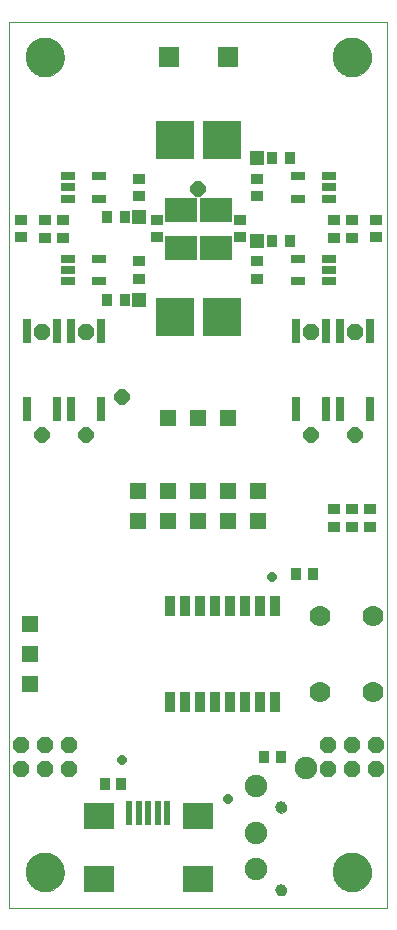
<source format=gts>
G75*
G70*
%OFA0B0*%
%FSLAX24Y24*%
%IPPOS*%
%LPD*%
%AMOC8*
5,1,8,0,0,1.08239X$1,22.5*
%
%ADD10C,0.0000*%
%ADD11C,0.1300*%
%ADD12R,0.1260X0.1260*%
%ADD13R,0.0630X0.0630*%
%ADD14R,0.0472X0.0472*%
%ADD15R,0.0276X0.0788*%
%ADD16R,0.0512X0.0257*%
%ADD17R,0.0434X0.0355*%
%ADD18R,0.0555X0.0555*%
%ADD19C,0.0394*%
%ADD20C,0.0749*%
%ADD21C,0.0700*%
%ADD22R,0.0355X0.0434*%
%ADD23OC8,0.0555*%
%ADD24R,0.1024X0.0906*%
%ADD25R,0.0237X0.0827*%
%ADD26R,0.1064X0.0827*%
%ADD27R,0.0339X0.0662*%
%ADD28R,0.1306X0.1306*%
%ADD29OC8,0.0512*%
%ADD30R,0.0690X0.0690*%
%ADD31R,0.0512X0.0512*%
%ADD32OC8,0.0317*%
D10*
X000139Y000927D02*
X000139Y030454D01*
X012738Y030454D01*
X012738Y000927D01*
X000139Y000927D01*
X000690Y002108D02*
X000692Y002158D01*
X000698Y002208D01*
X000708Y002257D01*
X000722Y002305D01*
X000739Y002352D01*
X000760Y002397D01*
X000785Y002441D01*
X000813Y002482D01*
X000845Y002521D01*
X000879Y002558D01*
X000916Y002592D01*
X000956Y002622D01*
X000998Y002649D01*
X001042Y002673D01*
X001088Y002694D01*
X001135Y002710D01*
X001183Y002723D01*
X001233Y002732D01*
X001282Y002737D01*
X001333Y002738D01*
X001383Y002735D01*
X001432Y002728D01*
X001481Y002717D01*
X001529Y002702D01*
X001575Y002684D01*
X001620Y002662D01*
X001663Y002636D01*
X001704Y002607D01*
X001743Y002575D01*
X001779Y002540D01*
X001811Y002502D01*
X001841Y002462D01*
X001868Y002419D01*
X001891Y002375D01*
X001910Y002329D01*
X001926Y002281D01*
X001938Y002232D01*
X001946Y002183D01*
X001950Y002133D01*
X001950Y002083D01*
X001946Y002033D01*
X001938Y001984D01*
X001926Y001935D01*
X001910Y001887D01*
X001891Y001841D01*
X001868Y001797D01*
X001841Y001754D01*
X001811Y001714D01*
X001779Y001676D01*
X001743Y001641D01*
X001704Y001609D01*
X001663Y001580D01*
X001620Y001554D01*
X001575Y001532D01*
X001529Y001514D01*
X001481Y001499D01*
X001432Y001488D01*
X001383Y001481D01*
X001333Y001478D01*
X001282Y001479D01*
X001233Y001484D01*
X001183Y001493D01*
X001135Y001506D01*
X001088Y001522D01*
X001042Y001543D01*
X000998Y001567D01*
X000956Y001594D01*
X000916Y001624D01*
X000879Y001658D01*
X000845Y001695D01*
X000813Y001734D01*
X000785Y001775D01*
X000760Y001819D01*
X000739Y001864D01*
X000722Y001911D01*
X000708Y001959D01*
X000698Y002008D01*
X000692Y002058D01*
X000690Y002108D01*
X009017Y001517D02*
X009019Y001543D01*
X009025Y001569D01*
X009035Y001594D01*
X009048Y001617D01*
X009064Y001637D01*
X009084Y001655D01*
X009106Y001670D01*
X009129Y001682D01*
X009155Y001690D01*
X009181Y001694D01*
X009207Y001694D01*
X009233Y001690D01*
X009259Y001682D01*
X009283Y001670D01*
X009304Y001655D01*
X009324Y001637D01*
X009340Y001617D01*
X009353Y001594D01*
X009363Y001569D01*
X009369Y001543D01*
X009371Y001517D01*
X009369Y001491D01*
X009363Y001465D01*
X009353Y001440D01*
X009340Y001417D01*
X009324Y001397D01*
X009304Y001379D01*
X009282Y001364D01*
X009259Y001352D01*
X009233Y001344D01*
X009207Y001340D01*
X009181Y001340D01*
X009155Y001344D01*
X009129Y001352D01*
X009105Y001364D01*
X009084Y001379D01*
X009064Y001397D01*
X009048Y001417D01*
X009035Y001440D01*
X009025Y001465D01*
X009019Y001491D01*
X009017Y001517D01*
X009017Y004273D02*
X009019Y004299D01*
X009025Y004325D01*
X009035Y004350D01*
X009048Y004373D01*
X009064Y004393D01*
X009084Y004411D01*
X009106Y004426D01*
X009129Y004438D01*
X009155Y004446D01*
X009181Y004450D01*
X009207Y004450D01*
X009233Y004446D01*
X009259Y004438D01*
X009283Y004426D01*
X009304Y004411D01*
X009324Y004393D01*
X009340Y004373D01*
X009353Y004350D01*
X009363Y004325D01*
X009369Y004299D01*
X009371Y004273D01*
X009369Y004247D01*
X009363Y004221D01*
X009353Y004196D01*
X009340Y004173D01*
X009324Y004153D01*
X009304Y004135D01*
X009282Y004120D01*
X009259Y004108D01*
X009233Y004100D01*
X009207Y004096D01*
X009181Y004096D01*
X009155Y004100D01*
X009129Y004108D01*
X009105Y004120D01*
X009084Y004135D01*
X009064Y004153D01*
X009048Y004173D01*
X009035Y004196D01*
X009025Y004221D01*
X009019Y004247D01*
X009017Y004273D01*
X010927Y002108D02*
X010929Y002158D01*
X010935Y002208D01*
X010945Y002257D01*
X010959Y002305D01*
X010976Y002352D01*
X010997Y002397D01*
X011022Y002441D01*
X011050Y002482D01*
X011082Y002521D01*
X011116Y002558D01*
X011153Y002592D01*
X011193Y002622D01*
X011235Y002649D01*
X011279Y002673D01*
X011325Y002694D01*
X011372Y002710D01*
X011420Y002723D01*
X011470Y002732D01*
X011519Y002737D01*
X011570Y002738D01*
X011620Y002735D01*
X011669Y002728D01*
X011718Y002717D01*
X011766Y002702D01*
X011812Y002684D01*
X011857Y002662D01*
X011900Y002636D01*
X011941Y002607D01*
X011980Y002575D01*
X012016Y002540D01*
X012048Y002502D01*
X012078Y002462D01*
X012105Y002419D01*
X012128Y002375D01*
X012147Y002329D01*
X012163Y002281D01*
X012175Y002232D01*
X012183Y002183D01*
X012187Y002133D01*
X012187Y002083D01*
X012183Y002033D01*
X012175Y001984D01*
X012163Y001935D01*
X012147Y001887D01*
X012128Y001841D01*
X012105Y001797D01*
X012078Y001754D01*
X012048Y001714D01*
X012016Y001676D01*
X011980Y001641D01*
X011941Y001609D01*
X011900Y001580D01*
X011857Y001554D01*
X011812Y001532D01*
X011766Y001514D01*
X011718Y001499D01*
X011669Y001488D01*
X011620Y001481D01*
X011570Y001478D01*
X011519Y001479D01*
X011470Y001484D01*
X011420Y001493D01*
X011372Y001506D01*
X011325Y001522D01*
X011279Y001543D01*
X011235Y001567D01*
X011193Y001594D01*
X011153Y001624D01*
X011116Y001658D01*
X011082Y001695D01*
X011050Y001734D01*
X011022Y001775D01*
X010997Y001819D01*
X010976Y001864D01*
X010959Y001911D01*
X010945Y001959D01*
X010935Y002008D01*
X010929Y002058D01*
X010927Y002108D01*
X010927Y029273D02*
X010929Y029323D01*
X010935Y029373D01*
X010945Y029422D01*
X010959Y029470D01*
X010976Y029517D01*
X010997Y029562D01*
X011022Y029606D01*
X011050Y029647D01*
X011082Y029686D01*
X011116Y029723D01*
X011153Y029757D01*
X011193Y029787D01*
X011235Y029814D01*
X011279Y029838D01*
X011325Y029859D01*
X011372Y029875D01*
X011420Y029888D01*
X011470Y029897D01*
X011519Y029902D01*
X011570Y029903D01*
X011620Y029900D01*
X011669Y029893D01*
X011718Y029882D01*
X011766Y029867D01*
X011812Y029849D01*
X011857Y029827D01*
X011900Y029801D01*
X011941Y029772D01*
X011980Y029740D01*
X012016Y029705D01*
X012048Y029667D01*
X012078Y029627D01*
X012105Y029584D01*
X012128Y029540D01*
X012147Y029494D01*
X012163Y029446D01*
X012175Y029397D01*
X012183Y029348D01*
X012187Y029298D01*
X012187Y029248D01*
X012183Y029198D01*
X012175Y029149D01*
X012163Y029100D01*
X012147Y029052D01*
X012128Y029006D01*
X012105Y028962D01*
X012078Y028919D01*
X012048Y028879D01*
X012016Y028841D01*
X011980Y028806D01*
X011941Y028774D01*
X011900Y028745D01*
X011857Y028719D01*
X011812Y028697D01*
X011766Y028679D01*
X011718Y028664D01*
X011669Y028653D01*
X011620Y028646D01*
X011570Y028643D01*
X011519Y028644D01*
X011470Y028649D01*
X011420Y028658D01*
X011372Y028671D01*
X011325Y028687D01*
X011279Y028708D01*
X011235Y028732D01*
X011193Y028759D01*
X011153Y028789D01*
X011116Y028823D01*
X011082Y028860D01*
X011050Y028899D01*
X011022Y028940D01*
X010997Y028984D01*
X010976Y029029D01*
X010959Y029076D01*
X010945Y029124D01*
X010935Y029173D01*
X010929Y029223D01*
X010927Y029273D01*
X000690Y029273D02*
X000692Y029323D01*
X000698Y029373D01*
X000708Y029422D01*
X000722Y029470D01*
X000739Y029517D01*
X000760Y029562D01*
X000785Y029606D01*
X000813Y029647D01*
X000845Y029686D01*
X000879Y029723D01*
X000916Y029757D01*
X000956Y029787D01*
X000998Y029814D01*
X001042Y029838D01*
X001088Y029859D01*
X001135Y029875D01*
X001183Y029888D01*
X001233Y029897D01*
X001282Y029902D01*
X001333Y029903D01*
X001383Y029900D01*
X001432Y029893D01*
X001481Y029882D01*
X001529Y029867D01*
X001575Y029849D01*
X001620Y029827D01*
X001663Y029801D01*
X001704Y029772D01*
X001743Y029740D01*
X001779Y029705D01*
X001811Y029667D01*
X001841Y029627D01*
X001868Y029584D01*
X001891Y029540D01*
X001910Y029494D01*
X001926Y029446D01*
X001938Y029397D01*
X001946Y029348D01*
X001950Y029298D01*
X001950Y029248D01*
X001946Y029198D01*
X001938Y029149D01*
X001926Y029100D01*
X001910Y029052D01*
X001891Y029006D01*
X001868Y028962D01*
X001841Y028919D01*
X001811Y028879D01*
X001779Y028841D01*
X001743Y028806D01*
X001704Y028774D01*
X001663Y028745D01*
X001620Y028719D01*
X001575Y028697D01*
X001529Y028679D01*
X001481Y028664D01*
X001432Y028653D01*
X001383Y028646D01*
X001333Y028643D01*
X001282Y028644D01*
X001233Y028649D01*
X001183Y028658D01*
X001135Y028671D01*
X001088Y028687D01*
X001042Y028708D01*
X000998Y028732D01*
X000956Y028759D01*
X000916Y028789D01*
X000879Y028823D01*
X000845Y028860D01*
X000813Y028899D01*
X000785Y028940D01*
X000760Y028984D01*
X000739Y029029D01*
X000722Y029076D01*
X000708Y029124D01*
X000698Y029173D01*
X000692Y029223D01*
X000690Y029273D01*
D11*
X001320Y029273D03*
X011557Y029273D03*
X011557Y002108D03*
X001320Y002108D03*
D12*
X005651Y020612D03*
X007226Y020612D03*
X007226Y026517D03*
X005651Y026517D03*
D13*
X005454Y029273D03*
X007423Y029273D03*
D14*
X008407Y025927D03*
X008407Y023171D03*
X004470Y023958D03*
X004470Y021202D03*
D15*
X003198Y020139D03*
X002198Y020139D03*
X001722Y020139D03*
X000722Y020139D03*
X000722Y017541D03*
X001722Y017541D03*
X002198Y017541D03*
X003198Y017541D03*
X009679Y017541D03*
X010679Y017541D03*
X011155Y017541D03*
X012155Y017541D03*
X012155Y020139D03*
X011155Y020139D03*
X010679Y020139D03*
X009679Y020139D03*
D16*
X009765Y021813D03*
X009765Y022561D03*
X009765Y024569D03*
X009765Y025317D03*
X010789Y025317D03*
X010789Y024943D03*
X010789Y024569D03*
X010789Y022561D03*
X010789Y022187D03*
X010789Y021813D03*
X003112Y021813D03*
X003112Y022561D03*
X003112Y024569D03*
X003112Y025317D03*
X002088Y025317D03*
X002088Y024943D03*
X002088Y024569D03*
X002088Y022561D03*
X002088Y022187D03*
X002088Y021813D03*
D17*
X001911Y023269D03*
X001911Y023860D03*
X001320Y023860D03*
X001320Y023269D03*
X000533Y023289D03*
X000533Y023840D03*
X004470Y024647D03*
X004470Y025238D03*
X005061Y023840D03*
X005061Y023289D03*
X004470Y022482D03*
X004470Y021891D03*
X007817Y023289D03*
X007817Y023840D03*
X008407Y024647D03*
X008407Y025238D03*
X008407Y022482D03*
X008407Y021891D03*
X010966Y023269D03*
X010966Y023860D03*
X011557Y023860D03*
X011557Y023269D03*
X012344Y023289D03*
X012344Y023840D03*
X012147Y014214D03*
X012147Y013624D03*
X011557Y013624D03*
X011557Y014214D03*
X010966Y014214D03*
X010966Y013624D03*
D18*
X008439Y013813D03*
X008439Y014813D03*
X007439Y014813D03*
X007439Y013813D03*
X006439Y013813D03*
X006439Y014813D03*
X005439Y014813D03*
X005439Y013813D03*
X004439Y013813D03*
X004439Y014813D03*
X005439Y017265D03*
X006439Y017265D03*
X007439Y017265D03*
X000828Y010391D03*
X000828Y009391D03*
X000828Y008391D03*
D19*
X009194Y004273D03*
X009194Y001517D03*
D20*
X008368Y002226D03*
X008368Y003407D03*
X008368Y004982D03*
X010021Y005572D03*
D21*
X010474Y008112D03*
X010474Y010671D03*
X012246Y010671D03*
X012246Y008112D03*
D22*
X010257Y012049D03*
X009706Y012049D03*
X009175Y005966D03*
X008624Y005966D03*
X003860Y005061D03*
X003309Y005061D03*
X003387Y021202D03*
X003978Y021202D03*
X003978Y023958D03*
X003387Y023958D03*
X008899Y023171D03*
X009490Y023171D03*
X009490Y025927D03*
X008899Y025927D03*
D23*
X010179Y020120D03*
X011655Y020120D03*
X011557Y006340D03*
X011557Y005553D03*
X012344Y005553D03*
X012344Y006340D03*
X010769Y006340D03*
X010769Y005553D03*
X002698Y020120D03*
X001222Y020120D03*
X001320Y006340D03*
X001320Y005553D03*
X000533Y005553D03*
X000533Y006340D03*
X002108Y006340D03*
X002108Y005553D03*
D24*
X003112Y003986D03*
X003112Y001899D03*
X006419Y001899D03*
X006419Y003986D03*
D25*
X005395Y004084D03*
X005080Y004084D03*
X004765Y004084D03*
X004450Y004084D03*
X004135Y004084D03*
D26*
X005848Y022935D03*
X005848Y024194D03*
X007029Y024194D03*
X007029Y022935D03*
D27*
X006976Y010984D03*
X007476Y010984D03*
X007976Y010984D03*
X008476Y010984D03*
X008976Y010984D03*
X008976Y007799D03*
X008476Y007799D03*
X007976Y007799D03*
X007476Y007799D03*
X006976Y007799D03*
X006476Y007799D03*
X005976Y007799D03*
X005476Y007799D03*
X005476Y010984D03*
X005976Y010984D03*
X006476Y010984D03*
D28*
X007226Y020612D03*
X005651Y020612D03*
X005651Y026517D03*
X007226Y026517D03*
D29*
X006439Y024903D03*
X003880Y017954D03*
X002698Y016675D03*
X001222Y016675D03*
X010179Y016675D03*
X011655Y016675D03*
D30*
X007423Y029273D03*
X005454Y029273D03*
D31*
X004470Y023958D03*
X004470Y021202D03*
X008407Y023171D03*
X008407Y025927D03*
D32*
X008899Y011950D03*
X007423Y004549D03*
X003880Y005848D03*
M02*

</source>
